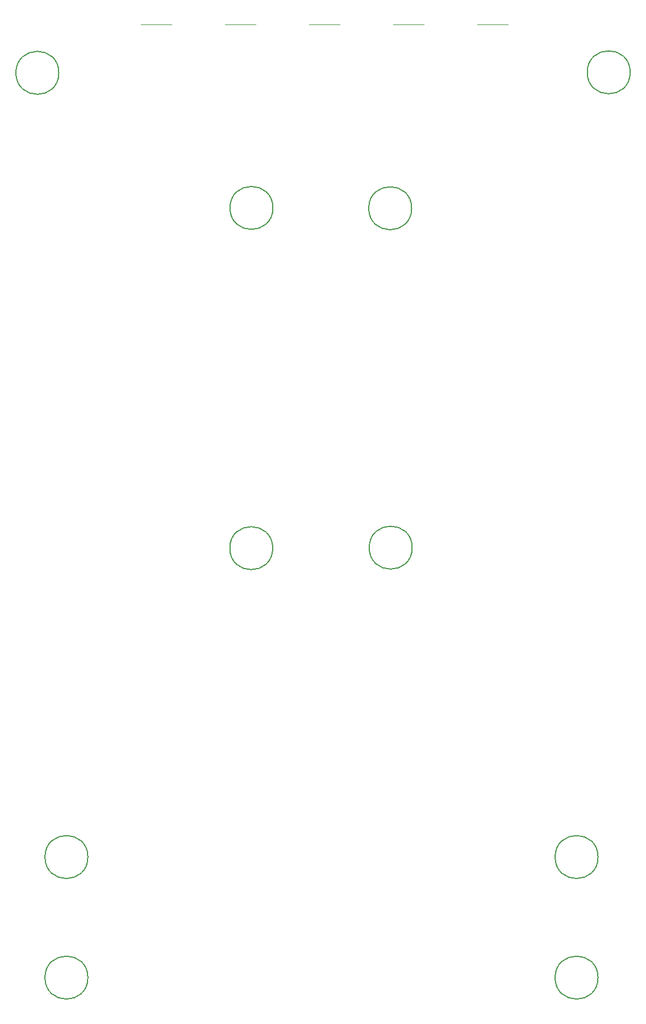
<source format=gbr>
%TF.GenerationSoftware,KiCad,Pcbnew,7.0.7*%
%TF.CreationDate,2024-03-06T07:28:39+08:00*%
%TF.ProjectId,lekirbotv2,6c656b69-7262-46f7-9476-322e6b696361,rev?*%
%TF.SameCoordinates,Original*%
%TF.FileFunction,Other,Comment*%
%FSLAX46Y46*%
G04 Gerber Fmt 4.6, Leading zero omitted, Abs format (unit mm)*
G04 Created by KiCad (PCBNEW 7.0.7) date 2024-03-06 07:28:39*
%MOMM*%
%LPD*%
G01*
G04 APERTURE LIST*
%ADD10C,0.150000*%
%ADD11C,0.100000*%
G04 APERTURE END LIST*
D10*
%TO.C,H3*%
X57467100Y-180453451D02*
G75*
G03*
X57467100Y-180453451I-3200000J0D01*
G01*
%TO.C,H4*%
X57467100Y-162495651D02*
G75*
G03*
X57467100Y-162495651I-3200000J0D01*
G01*
%TO.C,H5*%
X138277600Y-45642600D02*
G75*
G03*
X138277600Y-45642600I-3200000J0D01*
G01*
%TO.C,H8*%
X85039200Y-65835600D02*
G75*
G03*
X85039200Y-65835600I-3200000J0D01*
G01*
%TO.C,H10*%
X105791000Y-116425051D02*
G75*
G03*
X105791000Y-116425051I-3200000J0D01*
G01*
%TO.C,H7*%
X105714800Y-65886400D02*
G75*
G03*
X105714800Y-65886400I-3200000J0D01*
G01*
%TO.C,H9*%
X85013800Y-116501251D02*
G75*
G03*
X85013800Y-116501251I-3200000J0D01*
G01*
%TO.C,H6*%
X53136800Y-45718800D02*
G75*
G03*
X53136800Y-45718800I-3200000J0D01*
G01*
%TO.C,H1*%
X133489300Y-180453451D02*
G75*
G03*
X133489300Y-180453451I-3200000J0D01*
G01*
%TO.C,H2*%
X133489300Y-162495651D02*
G75*
G03*
X133489300Y-162495651I-3200000J0D01*
G01*
D11*
%TO.C,U2*%
X69964700Y-38530600D02*
X65392700Y-38530600D01*
%TO.C,U6*%
X94996400Y-38530600D02*
X90424400Y-38530600D01*
%TO.C,U8*%
X120028100Y-38530600D02*
X115456100Y-38530600D01*
%TO.C,U7*%
X107512300Y-38530600D02*
X102940300Y-38530600D01*
%TO.C,U5*%
X82480600Y-38530600D02*
X77908600Y-38530600D01*
%TD*%
M02*

</source>
